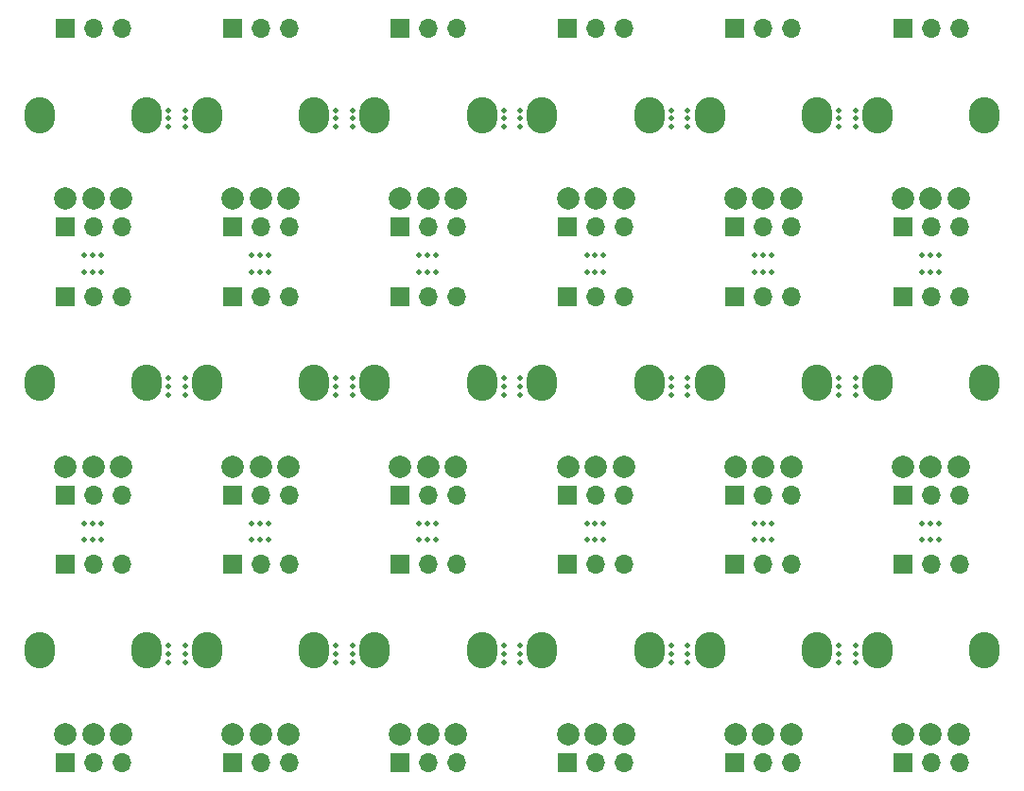
<source format=gbr>
%TF.GenerationSoftware,KiCad,Pcbnew,(6.0.0-0)*%
%TF.CreationDate,2022-11-22T11:37:49-05:00*%
%TF.ProjectId,Breakout-Potentiometer-Panel,42726561-6b6f-4757-942d-506f74656e74,rev?*%
%TF.SameCoordinates,Original*%
%TF.FileFunction,Soldermask,Bot*%
%TF.FilePolarity,Negative*%
%FSLAX46Y46*%
G04 Gerber Fmt 4.6, Leading zero omitted, Abs format (unit mm)*
G04 Created by KiCad (PCBNEW (6.0.0-0)) date 2022-11-22 11:37:49*
%MOMM*%
%LPD*%
G01*
G04 APERTURE LIST*
%ADD10O,2.720000X3.240000*%
%ADD11C,2.000000*%
%ADD12C,0.500000*%
%ADD13O,1.700000X1.700000*%
%ADD14R,1.700000X1.700000*%
G04 APERTURE END LIST*
D10*
%TO.C,RV14*%
X109700000Y-113674000D03*
X119300000Y-113674000D03*
D11*
X112000000Y-121174000D03*
X114500000Y-121174000D03*
X117000000Y-121174000D03*
%TD*%
D10*
%TO.C,RV3*%
X134300000Y-65674000D03*
X124700000Y-65674000D03*
D11*
X127000000Y-73174000D03*
X129500000Y-73174000D03*
X132000000Y-73174000D03*
%TD*%
D12*
%TO.C,mouse-bite-2mm-slot15*%
X122750000Y-89250000D03*
X122750000Y-90000000D03*
X121250000Y-90750000D03*
X122750000Y-90750000D03*
X121250000Y-90000000D03*
X121250000Y-89250000D03*
%TD*%
D10*
%TO.C,RV15*%
X134300000Y-113674000D03*
X124700000Y-113674000D03*
D11*
X127000000Y-121174000D03*
X129500000Y-121174000D03*
X132000000Y-121174000D03*
%TD*%
D10*
%TO.C,RV1*%
X94700000Y-65674000D03*
X104300000Y-65674000D03*
D11*
X97000000Y-73174000D03*
X99500000Y-73174000D03*
X102000000Y-73174000D03*
%TD*%
D10*
%TO.C,RV11*%
X154700000Y-89674000D03*
X164300000Y-89674000D03*
D11*
X157000000Y-97174000D03*
X159500000Y-97174000D03*
X162000000Y-97174000D03*
%TD*%
D12*
%TO.C,mouse-bite-2mm-slot3*%
X122750000Y-66000000D03*
X121250000Y-65250000D03*
X122750000Y-65250000D03*
X121250000Y-66000000D03*
X122750000Y-66750000D03*
X121250000Y-66750000D03*
%TD*%
D10*
%TO.C,RV17*%
X154700000Y-113674000D03*
X164300000Y-113674000D03*
D11*
X157000000Y-121174000D03*
X159500000Y-121174000D03*
X162000000Y-121174000D03*
%TD*%
D12*
%TO.C,mouse-bite-2mm-slot31*%
X152750000Y-113250000D03*
X152750000Y-114000000D03*
X151250000Y-114000000D03*
X152750000Y-114750000D03*
X151250000Y-113250000D03*
X151250000Y-114750000D03*
%TD*%
D10*
%TO.C,RV7*%
X94700000Y-89674000D03*
X104300000Y-89674000D03*
D11*
X97000000Y-97174000D03*
X99500000Y-97174000D03*
X102000000Y-97174000D03*
%TD*%
D12*
%TO.C,mouse-bite-2mm-slot18*%
X145204000Y-79750000D03*
X144454000Y-78250000D03*
X143704000Y-79750000D03*
X143704000Y-78250000D03*
X144454000Y-79750000D03*
X145204000Y-78250000D03*
%TD*%
%TO.C,mouse-bite-2mm-slot17*%
X137750000Y-90000000D03*
X137750000Y-89250000D03*
X137750000Y-90750000D03*
X136250000Y-90750000D03*
X136250000Y-89250000D03*
X136250000Y-90000000D03*
%TD*%
%TO.C,mouse-bite-2mm-slot5*%
X137750000Y-66000000D03*
X136250000Y-65250000D03*
X136250000Y-66000000D03*
X136250000Y-66750000D03*
X137750000Y-66750000D03*
X137750000Y-65250000D03*
%TD*%
%TO.C,mouse-bite-2mm-slot13*%
X106250000Y-89250000D03*
X107750000Y-90000000D03*
X107750000Y-90750000D03*
X106250000Y-90750000D03*
X107750000Y-89250000D03*
X106250000Y-90000000D03*
%TD*%
D10*
%TO.C,RV12*%
X169700000Y-89674000D03*
X179300000Y-89674000D03*
D11*
X172000000Y-97174000D03*
X174500000Y-97174000D03*
X177000000Y-97174000D03*
%TD*%
D12*
%TO.C,mouse-bite-2mm-slot19*%
X151250000Y-90000000D03*
X152750000Y-90000000D03*
X152750000Y-89250000D03*
X152750000Y-90750000D03*
X151250000Y-90750000D03*
X151250000Y-89250000D03*
%TD*%
%TO.C,mouse-bite-2mm-slot28*%
X128704000Y-103750000D03*
X130204000Y-103750000D03*
X130204000Y-102250000D03*
X129454000Y-102250000D03*
X129454000Y-103750000D03*
X128704000Y-102250000D03*
%TD*%
D10*
%TO.C,RV6*%
X169700000Y-65674000D03*
X179300000Y-65674000D03*
D11*
X172000000Y-73174000D03*
X174500000Y-73174000D03*
X177000000Y-73174000D03*
%TD*%
D12*
%TO.C,mouse-bite-2mm-slot1*%
X106250000Y-65250000D03*
X107750000Y-65250000D03*
X106250000Y-66750000D03*
X107750000Y-66000000D03*
X107750000Y-66750000D03*
X106250000Y-66000000D03*
%TD*%
%TO.C,mouse-bite-2mm-slot20*%
X160204000Y-79750000D03*
X159454000Y-78250000D03*
X160204000Y-78250000D03*
X158704000Y-78250000D03*
X159454000Y-79750000D03*
X158704000Y-79750000D03*
%TD*%
%TO.C,mouse-bite-2mm-slot7*%
X152750000Y-66000000D03*
X152750000Y-65250000D03*
X151250000Y-66750000D03*
X151250000Y-66000000D03*
X151250000Y-65250000D03*
X152750000Y-66750000D03*
%TD*%
D10*
%TO.C,RV9*%
X134300000Y-89674000D03*
X124700000Y-89674000D03*
D11*
X127000000Y-97174000D03*
X129500000Y-97174000D03*
X132000000Y-97174000D03*
%TD*%
D12*
%TO.C,mouse-bite-2mm-slot14*%
X115204000Y-78250000D03*
X113704000Y-79750000D03*
X115204000Y-79750000D03*
X114454000Y-79750000D03*
X113704000Y-78250000D03*
X114454000Y-78250000D03*
%TD*%
%TO.C,mouse-bite-2mm-slot21*%
X167750000Y-89250000D03*
X166250000Y-89250000D03*
X167750000Y-90000000D03*
X166250000Y-90750000D03*
X166250000Y-90000000D03*
X167750000Y-90750000D03*
%TD*%
D10*
%TO.C,RV18*%
X179300000Y-113674000D03*
X169700000Y-113674000D03*
D11*
X172000000Y-121174000D03*
X174500000Y-121174000D03*
X177000000Y-121174000D03*
%TD*%
D10*
%TO.C,RV2*%
X109700000Y-65674000D03*
X119300000Y-65674000D03*
D11*
X112000000Y-73174000D03*
X114500000Y-73174000D03*
X117000000Y-73174000D03*
%TD*%
D10*
%TO.C,RV5*%
X164300000Y-65674000D03*
X154700000Y-65674000D03*
D11*
X157000000Y-73174000D03*
X159500000Y-73174000D03*
X162000000Y-73174000D03*
%TD*%
D12*
%TO.C,mouse-bite-2mm-slot12*%
X99454000Y-79750000D03*
X100204000Y-79750000D03*
X99454000Y-78250000D03*
X100204000Y-78250000D03*
X98704000Y-78250000D03*
X98704000Y-79750000D03*
%TD*%
D10*
%TO.C,RV10*%
X149300000Y-89674000D03*
X139700000Y-89674000D03*
D11*
X142000000Y-97174000D03*
X144500000Y-97174000D03*
X147000000Y-97174000D03*
%TD*%
D12*
%TO.C,mouse-bite-2mm-slot25*%
X106250000Y-114000000D03*
X106250000Y-113250000D03*
X107750000Y-114750000D03*
X107750000Y-114000000D03*
X106250000Y-114750000D03*
X107750000Y-113250000D03*
%TD*%
%TO.C,mouse-bite-2mm-slot22*%
X175204000Y-78250000D03*
X175204000Y-79750000D03*
X174454000Y-79750000D03*
X174454000Y-78250000D03*
X173704000Y-79750000D03*
X173704000Y-78250000D03*
%TD*%
%TO.C,mouse-bite-2mm-slot16*%
X128704000Y-79750000D03*
X129454000Y-79750000D03*
X130204000Y-78250000D03*
X130204000Y-79750000D03*
X129454000Y-78250000D03*
X128704000Y-78250000D03*
%TD*%
%TO.C,mouse-bite-2mm-slot29*%
X136250000Y-114750000D03*
X136250000Y-113250000D03*
X137750000Y-114750000D03*
X136250000Y-114000000D03*
X137750000Y-113250000D03*
X137750000Y-114000000D03*
%TD*%
D10*
%TO.C,RV4*%
X139700000Y-65674000D03*
X149300000Y-65674000D03*
D11*
X142000000Y-73174000D03*
X144500000Y-73174000D03*
X147000000Y-73174000D03*
%TD*%
D12*
%TO.C,mouse-bite-2mm-slot32*%
X159454000Y-103750000D03*
X160204000Y-102250000D03*
X158704000Y-102250000D03*
X159454000Y-102250000D03*
X160204000Y-103750000D03*
X158704000Y-103750000D03*
%TD*%
%TO.C,mouse-bite-2mm-slot33*%
X166250000Y-114000000D03*
X166250000Y-113250000D03*
X167750000Y-114000000D03*
X167750000Y-113250000D03*
X167750000Y-114750000D03*
X166250000Y-114750000D03*
%TD*%
%TO.C,mouse-bite-2mm-slot24*%
X100204000Y-103750000D03*
X99454000Y-103750000D03*
X98704000Y-103750000D03*
X100204000Y-102250000D03*
X98704000Y-102250000D03*
X99454000Y-102250000D03*
%TD*%
D10*
%TO.C,RV13*%
X94700000Y-113674000D03*
X104300000Y-113674000D03*
D11*
X97000000Y-121174000D03*
X99500000Y-121174000D03*
X102000000Y-121174000D03*
%TD*%
D12*
%TO.C,mouse-bite-2mm-slot27*%
X122750000Y-113250000D03*
X121250000Y-114750000D03*
X122750000Y-114000000D03*
X121250000Y-113250000D03*
X122750000Y-114750000D03*
X121250000Y-114000000D03*
%TD*%
%TO.C,mouse-bite-2mm-slot30*%
X145204000Y-103750000D03*
X144454000Y-103750000D03*
X143704000Y-103750000D03*
X144454000Y-102250000D03*
X145204000Y-102250000D03*
X143704000Y-102250000D03*
%TD*%
%TO.C,mouse-bite-2mm-slot34*%
X175204000Y-103750000D03*
X174454000Y-102250000D03*
X174454000Y-103750000D03*
X173704000Y-103750000D03*
X175204000Y-102250000D03*
X173704000Y-102250000D03*
%TD*%
%TO.C,mouse-bite-2mm-slot26*%
X113704000Y-103750000D03*
X114454000Y-102250000D03*
X115204000Y-103750000D03*
X115204000Y-102250000D03*
X114454000Y-103750000D03*
X113704000Y-102250000D03*
%TD*%
%TO.C,mouse-bite-2mm-slot9*%
X166250000Y-65250000D03*
X166250000Y-66000000D03*
X167750000Y-65250000D03*
X167750000Y-66750000D03*
X167750000Y-66000000D03*
X166250000Y-66750000D03*
%TD*%
D10*
%TO.C,RV16*%
X139700000Y-113674000D03*
X149300000Y-113674000D03*
D11*
X142000000Y-121174000D03*
X144500000Y-121174000D03*
X147000000Y-121174000D03*
%TD*%
D10*
%TO.C,RV8*%
X109700000Y-89674000D03*
X119300000Y-89674000D03*
D11*
X112000000Y-97174000D03*
X114500000Y-97174000D03*
X117000000Y-97174000D03*
%TD*%
D13*
%TO.C,J7*%
X147055000Y-57934000D03*
X144515000Y-57934000D03*
D14*
X141975000Y-57934000D03*
%TD*%
%TO.C,J16*%
X111975000Y-99714000D03*
D13*
X114515000Y-99714000D03*
X117055000Y-99714000D03*
%TD*%
%TO.C,J25*%
X102055000Y-105934000D03*
D14*
X96975000Y-105934000D03*
D13*
X99515000Y-105934000D03*
%TD*%
D14*
%TO.C,J8*%
X141975000Y-75714000D03*
D13*
X144515000Y-75714000D03*
X147055000Y-75714000D03*
%TD*%
D14*
%TO.C,J35*%
X171975000Y-105934000D03*
D13*
X177055000Y-105934000D03*
X174515000Y-105934000D03*
%TD*%
D14*
%TO.C,J30*%
X126975000Y-123714000D03*
D13*
X129515000Y-123714000D03*
X132055000Y-123714000D03*
%TD*%
D14*
%TO.C,J32*%
X141975000Y-123714000D03*
D13*
X144515000Y-123714000D03*
X147055000Y-123714000D03*
%TD*%
D14*
%TO.C,J6*%
X126975000Y-75714000D03*
D13*
X129515000Y-75714000D03*
X132055000Y-75714000D03*
%TD*%
D14*
%TO.C,J12*%
X171975000Y-75714000D03*
D13*
X174515000Y-75714000D03*
X177055000Y-75714000D03*
%TD*%
D14*
%TO.C,J4*%
X111975000Y-75714000D03*
D13*
X114515000Y-75714000D03*
X117055000Y-75714000D03*
%TD*%
%TO.C,J3*%
X117055000Y-57934000D03*
X114515000Y-57934000D03*
D14*
X111975000Y-57934000D03*
%TD*%
%TO.C,J28*%
X111975000Y-123714000D03*
D13*
X114515000Y-123714000D03*
X117055000Y-123714000D03*
%TD*%
%TO.C,J11*%
X174515000Y-57934000D03*
D14*
X171975000Y-57934000D03*
D13*
X177055000Y-57934000D03*
%TD*%
D14*
%TO.C,J14*%
X96975000Y-99714000D03*
D13*
X99515000Y-99714000D03*
X102055000Y-99714000D03*
%TD*%
D14*
%TO.C,J18*%
X126975000Y-99714000D03*
D13*
X129515000Y-99714000D03*
X132055000Y-99714000D03*
%TD*%
D14*
%TO.C,J17*%
X126975000Y-81934000D03*
D13*
X132055000Y-81934000D03*
X129515000Y-81934000D03*
%TD*%
D14*
%TO.C,J22*%
X156975000Y-99714000D03*
D13*
X159515000Y-99714000D03*
X162055000Y-99714000D03*
%TD*%
%TO.C,J23*%
X174515000Y-81934000D03*
D14*
X171975000Y-81934000D03*
D13*
X177055000Y-81934000D03*
%TD*%
D14*
%TO.C,J34*%
X156975000Y-123714000D03*
D13*
X159515000Y-123714000D03*
X162055000Y-123714000D03*
%TD*%
D14*
%TO.C,J1*%
X96975000Y-57934000D03*
D13*
X102055000Y-57934000D03*
X99515000Y-57934000D03*
%TD*%
D14*
%TO.C,J36*%
X171975000Y-123714000D03*
D13*
X174515000Y-123714000D03*
X177055000Y-123714000D03*
%TD*%
%TO.C,J15*%
X114515000Y-81934000D03*
D14*
X111975000Y-81934000D03*
D13*
X117055000Y-81934000D03*
%TD*%
D14*
%TO.C,J2*%
X96975000Y-75714000D03*
D13*
X99515000Y-75714000D03*
X102055000Y-75714000D03*
%TD*%
%TO.C,J13*%
X102055000Y-81934000D03*
X99515000Y-81934000D03*
D14*
X96975000Y-81934000D03*
%TD*%
%TO.C,J24*%
X171975000Y-99714000D03*
D13*
X174515000Y-99714000D03*
X177055000Y-99714000D03*
%TD*%
%TO.C,J29*%
X129515000Y-105934000D03*
D14*
X126975000Y-105934000D03*
D13*
X132055000Y-105934000D03*
%TD*%
%TO.C,J19*%
X147055000Y-81934000D03*
X144515000Y-81934000D03*
D14*
X141975000Y-81934000D03*
%TD*%
%TO.C,J20*%
X141975000Y-99714000D03*
D13*
X144515000Y-99714000D03*
X147055000Y-99714000D03*
%TD*%
%TO.C,J27*%
X114515000Y-105934000D03*
D14*
X111975000Y-105934000D03*
D13*
X117055000Y-105934000D03*
%TD*%
D14*
%TO.C,J5*%
X126975000Y-57934000D03*
D13*
X129515000Y-57934000D03*
X132055000Y-57934000D03*
%TD*%
D14*
%TO.C,J10*%
X156975000Y-75714000D03*
D13*
X159515000Y-75714000D03*
X162055000Y-75714000D03*
%TD*%
D14*
%TO.C,J33*%
X156975000Y-105934000D03*
D13*
X162055000Y-105934000D03*
X159515000Y-105934000D03*
%TD*%
%TO.C,J9*%
X159515000Y-57934000D03*
D14*
X156975000Y-57934000D03*
D13*
X162055000Y-57934000D03*
%TD*%
D14*
%TO.C,J26*%
X96975000Y-123714000D03*
D13*
X99515000Y-123714000D03*
X102055000Y-123714000D03*
%TD*%
%TO.C,J31*%
X147055000Y-105934000D03*
D14*
X141975000Y-105934000D03*
D13*
X144515000Y-105934000D03*
%TD*%
%TO.C,J21*%
X159515000Y-81934000D03*
D14*
X156975000Y-81934000D03*
D13*
X162055000Y-81934000D03*
%TD*%
M02*

</source>
